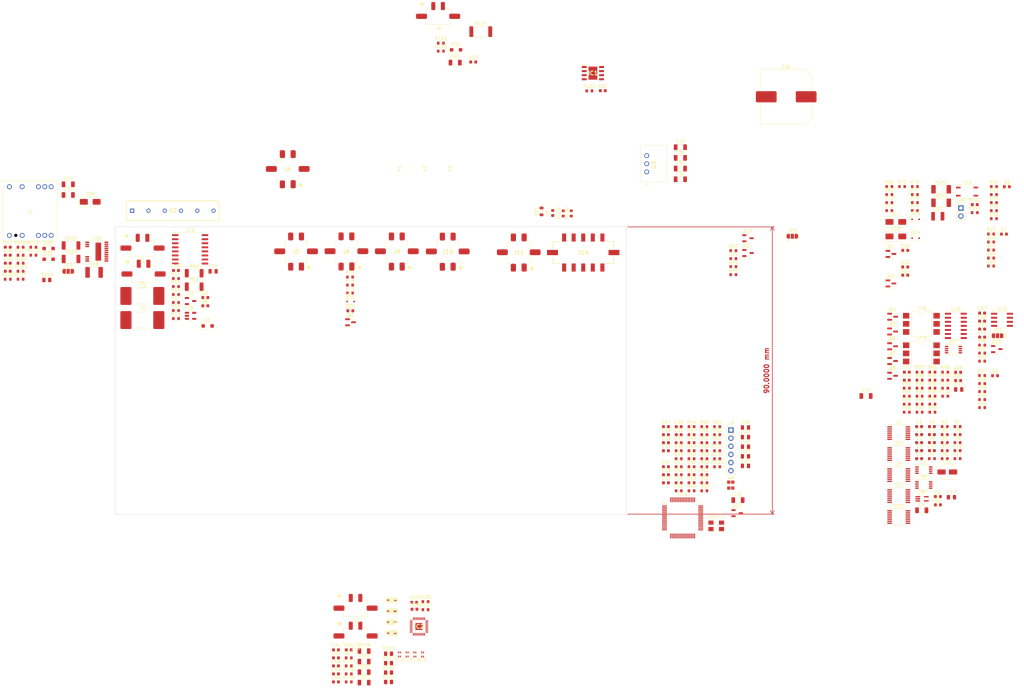
<source format=kicad_pcb>
(kicad_pcb
	(version 20240108)
	(generator "pcbnew")
	(generator_version "8.0")
	(general
		(thickness 1.6)
		(legacy_teardrops no)
	)
	(paper "A4")
	(layers
		(0 "F.Cu" signal)
		(1 "In1.Cu" signal)
		(2 "In2.Cu" signal)
		(31 "B.Cu" signal)
		(32 "B.Adhes" user "B.Adhesive")
		(33 "F.Adhes" user "F.Adhesive")
		(34 "B.Paste" user)
		(35 "F.Paste" user)
		(36 "B.SilkS" user "B.Silkscreen")
		(37 "F.SilkS" user "F.Silkscreen")
		(38 "B.Mask" user)
		(39 "F.Mask" user)
		(40 "Dwgs.User" user "User.Drawings")
		(41 "Cmts.User" user "User.Comments")
		(42 "Eco1.User" user "User.Eco1")
		(43 "Eco2.User" user "User.Eco2")
		(44 "Edge.Cuts" user)
		(45 "Margin" user)
		(46 "B.CrtYd" user "B.Courtyard")
		(47 "F.CrtYd" user "F.Courtyard")
		(48 "B.Fab" user)
		(49 "F.Fab" user)
		(50 "User.1" user)
		(51 "User.2" user)
		(52 "User.3" user)
		(53 "User.4" user)
		(54 "User.5" user)
		(55 "User.6" user)
		(56 "User.7" user)
		(57 "User.8" user)
		(58 "User.9" user)
	)
	(setup
		(stackup
			(layer "F.SilkS"
				(type "Top Silk Screen")
			)
			(layer "F.Paste"
				(type "Top Solder Paste")
			)
			(layer "F.Mask"
				(type "Top Solder Mask")
				(thickness 0.01)
			)
			(layer "F.Cu"
				(type "copper")
				(thickness 0.035)
			)
			(layer "dielectric 1"
				(type "prepreg")
				(thickness 0.1)
				(material "FR4")
				(epsilon_r 4.5)
				(loss_tangent 0.02)
			)
			(layer "In1.Cu"
				(type "copper")
				(thickness 0.035)
			)
			(layer "dielectric 2"
				(type "core")
				(thickness 1.24)
				(material "FR4")
				(epsilon_r 4.5)
				(loss_tangent 0.02)
			)
			(layer "In2.Cu"
				(type "copper")
				(thickness 0.035)
			)
			(layer "dielectric 3"
				(type "prepreg")
				(thickness 0.1)
				(material "FR4")
				(epsilon_r 4.5)
				(loss_tangent 0.02)
			)
			(layer "B.Cu"
				(type "copper")
				(thickness 0.035)
			)
			(layer "B.Mask"
				(type "Bottom Solder Mask")
				(thickness 0.01)
			)
			(layer "B.Paste"
				(type "Bottom Solder Paste")
			)
			(layer "B.SilkS"
				(type "Bottom Silk Screen")
			)
			(copper_finish "None")
			(dielectric_constraints no)
		)
		(pad_to_mask_clearance 0)
		(allow_soldermask_bridges_in_footprints no)
		(pcbplotparams
			(layerselection 0x00010fc_ffffffff)
			(plot_on_all_layers_selection 0x0000000_00000000)
			(disableapertmacros no)
			(usegerberextensions no)
			(usegerberattributes yes)
			(usegerberadvancedattributes yes)
			(creategerberjobfile yes)
			(dashed_line_dash_ratio 12.000000)
			(dashed_line_gap_ratio 3.000000)
			(svgprecision 4)
			(plotframeref no)
			(viasonmask no)
			(mode 1)
			(useauxorigin no)
			(hpglpennumber 1)
			(hpglpenspeed 20)
			(hpglpendiameter 15.000000)
			(pdf_front_fp_property_popups yes)
			(pdf_back_fp_property_popups yes)
			(dxfpolygonmode yes)
			(dxfimperialunits yes)
			(dxfusepcbnewfont yes)
			(psnegative no)
			(psa4output no)
			(plotreference yes)
			(plotvalue yes)
			(plotfptext yes)
			(plotinvisibletext no)
			(sketchpadsonfab no)
			(subtractmaskfromsilk no)
			(outputformat 1)
			(mirror no)
			(drillshape 1)
			(scaleselection 1)
			(outputdirectory "")
		)
	)
	(net 0 "")
	(net 1 "GND")
	(net 2 "+3V3")
	(net 3 "Net-(U8-~{PRE})")
	(net 4 "Net-(U8-~{CLR})")
	(net 5 "/TSAL/HV_Active_Detection/3V3_HV")
	(net 6 "HV-_Vehicle_Side")
	(net 7 "Net-(C17-Pad2)")
	(net 8 "/MCU/RCC_OSC_OUT")
	(net 9 "/MCU/NRST")
	(net 10 "Net-(C26-Pad2)")
	(net 11 "Net-(C28-Pad2)")
	(net 12 "Net-(J10-Pin_4)")
	(net 13 "Net-(U3-VI)")
	(net 14 "/CAN_Transceiver/CarCAN_HIGH")
	(net 15 "/CAN_Transceiver/V_{ref}")
	(net 16 "Net-(Q8-G)")
	(net 17 "Net-(JP2-B)")
	(net 18 "Net-(U20-INTVcc)")
	(net 19 "HV+_Vehicle_Side_Fused")
	(net 20 "Net-(C47-Pad1)")
	(net 21 "/HV_Indicator/ENABLE")
	(net 22 "Net-(C49-Pad1)")
	(net 23 "Net-(U20-DCM)")
	(net 24 "Net-(U20-SOURCE)")
	(net 25 "Net-(D32-K)")
	(net 26 "Net-(D31-K)")
	(net 27 "Net-(D1-A)")
	(net 28 "Net-(D2-A)")
	(net 29 "/TSAL/HV_Active_Detection/HV_1")
	(net 30 "Net-(D4-K)")
	(net 31 "Net-(D5-A)")
	(net 32 "Net-(D6-A)")
	(net 33 "/MCU/Precharge_Closed")
	(net 34 "Net-(D7-A)")
	(net 35 "Net-(D8-A)")
	(net 36 "/MCU/AIR+_Closed")
	(net 37 "Net-(D9-A)")
	(net 38 "/MCU/AIR-_Closed")
	(net 39 "Net-(D12-K)")
	(net 40 "Net-(D16-A)")
	(net 41 "/Relay_Driver/Relay_2")
	(net 42 "/Relay_Driver/Relay_1")
	(net 43 "/Relay_0")
	(net 44 "/Relay_Driver/Relay_10")
	(net 45 "/Relay_Driver/Relay_3")
	(net 46 "Net-(D20-A)")
	(net 47 "Net-(D22-A)")
	(net 48 "Net-(D23-A)")
	(net 49 "/Relay_Driver/Relay_4")
	(net 50 "Net-(D26-A)")
	(net 51 "Net-(D27-A)")
	(net 52 "Net-(D28-K)")
	(net 53 "Net-(D28-A)")
	(net 54 "Net-(D29-A1)")
	(net 55 "Net-(D30-A)")
	(net 56 "Net-(D31-A)")
	(net 57 "Net-(D32-A)")
	(net 58 "/CAN_Transceiver/CarCAN_LOW")
	(net 59 "/IO/IMD_M")
	(net 60 "+24V")
	(net 61 "Net-(J14-Pin_2)")
	(net 62 "unconnected-(IC1-IS-Pad4)")
	(net 63 "Net-(IC1-DEN)")
	(net 64 "unconnected-(IC1-NC-Pad5)")
	(net 65 "/IO/IMD_Power")
	(net 66 "Net-(U12-PC0)")
	(net 67 "Net-(U12-PB15)")
	(net 68 "/IO/TSAL_GREEN")
	(net 69 "/MCU/~{AMS_ERROR_LED}")
	(net 70 "/MCU/~{IMD_ERROR_LED}")
	(net 71 "Net-(J14-Pin_3)")
	(net 72 "Net-(J14-Pin_5)")
	(net 73 "/MCU/Trace_SWO")
	(net 74 "/MCU/SWDIO_1")
	(net 75 "/MCU/SWCLK_1")
	(net 76 "Net-(JP1-C)")
	(net 77 "Net-(JP2-C)")
	(net 78 "Net-(JP3-C)")
	(net 79 "Net-(Q1-G)")
	(net 80 "Net-(Q2-G)")
	(net 81 "Net-(Q3-G)")
	(net 82 "/SDC_Latching/~{AMS_Error}")
	(net 83 "Net-(Q4-D)")
	(net 84 "/SDC_Latching/~{IMD_Error}")
	(net 85 "Net-(Q5-D)")
	(net 86 "Net-(Q6-G)")
	(net 87 "Net-(Q6-D)")
	(net 88 "Net-(Q7-D)")
	(net 89 "Net-(Q7-G)")
	(net 90 "Net-(Q8-D)")
	(net 91 "Net-(Q8-S)")
	(net 92 "/TSAL/Comp_Ref_Low")
	(net 93 "/TSAL/Comp_Ref_Closed")
	(net 94 "/TSAL/Relay_State_Detection/~{Short}")
	(net 95 "/TSAL/~{TS_Error}")
	(net 96 "Net-(U8-C)")
	(net 97 "/MCU/TS_Error")
	(net 98 "Net-(R12-Pad2)")
	(net 99 "Net-(U9--)")
	(net 100 "Net-(R17-Pad2)")
	(net 101 "Net-(U10-IND)")
	(net 102 "/Relay_Driver/aux_out0")
	(net 103 "/Relay_Driver/aux_in0")
	(net 104 "/Relay_Driver/aux_out1")
	(net 105 "/Relay_Driver/aux_in1")
	(net 106 "/Relay_Driver/aux_out2")
	(net 107 "/Relay_Driver/aux_in2")
	(net 108 "/MCU/AMS_ERROR_1")
	(net 109 "Net-(U12-PC9)")
	(net 110 "Net-(U12-BOOT0)")
	(net 111 "/MCU/Status_LED_R")
	(net 112 "/IO/TEMP_TSDCDC")
	(net 113 "/MCU/Status_LED_G")
	(net 114 "Net-(U12-PC2)")
	(net 115 "/MCU/Status_LED_B")
	(net 116 "Net-(U12-PA3)")
	(net 117 "Net-(U12-PA7)")
	(net 118 "Net-(U12-PB0)")
	(net 119 "Net-(U12-PA2)")
	(net 120 "Net-(U12-PA6)")
	(net 121 "Net-(U12-PA14)")
	(net 122 "Net-(U12-PA1)")
	(net 123 "/MCU/HV_Active")
	(net 124 "Net-(U12-PA13)")
	(net 125 "Net-(U12-PA0)")
	(net 126 "HV+_VEH")
	(net 127 "/MCU/AIR+_Control")
	(net 128 "/MCU/AIR-_Control")
	(net 129 "/MCU/Precharge_Control")
	(net 130 "Net-(U15-Rs)")
	(net 131 "Net-(U16A-C)")
	(net 132 "Net-(U16B-C)")
	(net 133 "Net-(U16A-Q)")
	(net 134 "Net-(U16B-Q)")
	(net 135 "Net-(U16A-~{Q})")
	(net 136 "Net-(U16B-~{Q})")
	(net 137 "Net-(R95-Pad2)")
	(net 138 "Net-(R96-Pad2)")
	(net 139 "/TSAL/HV_Active_Detection/HV_0")
	(net 140 "/SDC_Latching/Reset_Signal")
	(net 141 "Net-(R103-Pad2)")
	(net 142 "Net-(U20-Vc)")
	(net 143 "Net-(U20-IREG{slash}SS)")
	(net 144 "Net-(U20-TC)")
	(net 145 "Net-(U20-FB)")
	(net 146 "Net-(J8-Pin_2)")
	(net 147 "/TSAL/Mismatch_Relay_2")
	(net 148 "/TSAL/Mismatch_Relay_1")
	(net 149 "Net-(U1-Pad11)")
	(net 150 "/TSAL/AIRs_Closed")
	(net 151 "/TSAL/Mismatch_Relay_3")
	(net 152 "/TSAL/HV_Inactive")
	(net 153 "/TSAL/TS_OK")
	(net 154 "Net-(U2-Pad1)")
	(net 155 "/TSAL/Relay_Mismatch")
	(net 156 "unconnected-(U5-Pad14)")
	(net 157 "unconnected-(U5-Pad13)")
	(net 158 "/TSAL/HV_Mismatch")
	(net 159 "unconnected-(U10-OUTA-Pad14)")
	(net 160 "unconnected-(U10-INB-Pad4)")
	(net 161 "unconnected-(U10-INC-Pad12)")
	(net 162 "unconnected-(U10-INA-Pad3)")
	(net 163 "unconnected-(U10-OUTB-Pad13)")
	(net 164 "unconnected-(U10-OUTC-Pad5)")
	(net 165 "unconnected-(U10-NC-Pad7)")
	(net 166 "unconnected-(U12-PD2-Pad54)")
	(net 167 "unconnected-(U12-PC10-Pad51)")
	(net 168 "unconnected-(U12-PC12-Pad53)")
	(net 169 "/TSAL/HV_Active_Detection/-HV_1")
	(net 170 "Net-(FL1-Pad4)")
	(net 171 "Net-(FL1-Pad3)")
	(net 172 "/IO/LV_Cmeasure")
	(net 173 "unconnected-(U12-PC14-Pad3)")
	(net 174 "Net-(FL1-Pad2)")
	(net 175 "unconnected-(U12-PC11-Pad52)")
	(net 176 "Net-(FL1-Pad1)")
	(net 177 "Net-(FL2-Pad4)")
	(net 178 "Net-(FL2-Pad2)")
	(net 179 "unconnected-(U12-PC13-Pad2)")
	(net 180 "unconnected-(U12-PC15-Pad4)")
	(net 181 "Net-(FL2-Pad3)")
	(net 182 "/IO/IMD_VCC")
	(net 183 "/SDC_Latching/IMD_Latch_Reset")
	(net 184 "/SDC_Latching/AMS_Latch_Reset")
	(net 185 "/SDC_Latching/SDC_1")
	(net 186 "unconnected-(U18-Pad3)")
	(net 187 "Net-(U18-Pad5)")
	(net 188 "/IO/SDC_OUT")
	(net 189 "unconnected-(U19-Pad3)")
	(net 190 "/TSAL/Relay_Connection_Error")
	(net 191 "/IO/Reset_Button_Out")
	(net 192 "/CAN_Transceiver/CarCAN_RX")
	(net 193 "Net-(FL2-Pad1)")
	(net 194 "Net-(J12-Pin_1)")
	(net 195 "/CAN_Transceiver/CarCAN_TX")
	(net 196 "Net-(J12-Pin_2)")
	(net 197 "Net-(J13-Pin_1)")
	(net 198 "Net-(J13-Pin_2)")
	(net 199 "/MCU/WAKE2")
	(net 200 "/MCU/MSTR1")
	(net 201 "/MCU/SPI1_MISO")
	(net 202 "/MCU/SPI1_SCK")
	(net 203 "/MCU/WAKE1")
	(net 204 "/MCU/INTR1")
	(net 205 "/MCU/IMB")
	(net 206 "Net-(IC2-XCVRMD2)")
	(net 207 "Net-(IC2-XCVRMD)")
	(net 208 "/MCU/SPI2_SCK")
	(net 209 "/MCU/SPI1_NSS")
	(net 210 "/MCU/IPB")
	(net 211 "/MCU/MSTR2")
	(net 212 "/MCU/IPA")
	(net 213 "/MCU/INTR2")
	(net 214 "/MCU/SPI2_MISO")
	(net 215 "/MCU/SPI1_MOSI")
	(net 216 "/MCU/SPI2_NSS")
	(net 217 "/MCU/SPI2_MOSI")
	(net 218 "/MCU/IMA")
	(net 219 "Net-(J9-Pin_4)")
	(net 220 "Net-(J9-Pin_3)")
	(net 221 "/MCU/RCC_OSC_IN")
	(net 222 "Net-(U12-PC3)")
	(net 223 "Net-(U12-PA5)")
	(net 224 "Net-(U12-PC4)")
	(net 225 "Net-(U12-PB4)")
	(net 226 "Net-(U12-PC5)")
	(net 227 "Net-(U12-PA4)")
	(net 228 "Net-(U12-PB12)")
	(net 229 "Net-(U12-PB14)")
	(net 230 "Net-(U12-PA12)")
	(net 231 "Net-(U12-PB5)")
	(net 232 "Net-(C58-Pad1)")
	(net 233 "Net-(C61-Pad1)")
	(net 234 "Net-(D15-A2)")
	(net 235 "Net-(D34-A2)")
	(net 236 "unconnected-(U20-N.C.-Pad19)")
	(net 237 "Net-(U12-PA15)")
	(net 238 "Net-(D36-K)")
	(net 239 "Net-(D33-A2)")
	(net 240 "Net-(D35-A2)")
	(net 241 "/MCU/SDC_Closed")
	(net 242 "Net-(K2-Pad2)")
	(net 243 "Net-(R141-Pad2)")
	(net 244 "Net-(K2-Pad7)")
	(net 245 "Net-(Q10-D)")
	(net 246 "/Relay_Driver/PTC_Precharge/HV+_Akku")
	(footprint "FaSTTUBe_connectors:Micro_Mate-N-Lok_2x2p_vertical" (layer "F.Cu") (at 109.0825 52.265))
	(footprint "Resistor_SMD:R_0603_1608Metric" (layer "F.Cu") (at 300.52 112.15))
	(footprint "Resistor_SMD:R_0603_1608Metric" (layer "F.Cu") (at 300.52 114.66))
	(footprint "Package_SO:SOIC-14_3.9x8.7mm_P1.27mm" (layer "F.Cu") (at 300 75.575))
	(footprint "Capacitor_SMD:C_0805_2012Metric" (layer "F.Cu") (at 300.89 95.5))
	(footprint "MountingHole:MountingHole_3.2mm_M3" (layer "F.Cu") (at 145.8 26.4 90))
	(footprint "Resistor_SMD:R_0603_1608Metric" (layer "F.Cu") (at 311.93 31.94))
	(footprint "Capacitor_SMD:C_0603_1608Metric" (layer "F.Cu") (at 288.49 109.64))
	(footprint "Diode_SMD:D_SOD-123F" (layer "F.Cu") (at 15.775 54.69))
	(footprint "Resistor_SMD:R_0603_1608Metric" (layer "F.Cu") (at 217.19 124.73))
	(footprint "Resistor_SMD:R_0603_1608Metric" (layer "F.Cu") (at 213.18 119.71))
	(footprint "Resistor_SMD:R_0603_1608Metric" (layer "F.Cu") (at 138.6625 -10.49))
	(footprint "Diode_SMD:D_SOD-123F" (layer "F.Cu") (at 143.4375 -10.9))
	(footprint "Resistor_SMD:R_0603_1608Metric" (layer "F.Cu") (at 213.18 124.73))
	(footprint "FaSTTUBe_connectors:Micro_Mate-N-Lok_2x5p_vertical" (layer "F.Cu") (at 183.265 52.6))
	(footprint "Package_SO:TSSOP-14_4.4x5mm_P0.65mm" (layer "F.Cu") (at 282.11 128.9))
	(footprint "Resistor_SMD:R_0603_1608Metric" (layer "F.Cu") (at 213.18 112.18))
	(footprint "Resistor_SMD:R_0603_1608Metric" (layer "F.Cu") (at 292.65 92.58))
	(footprint "Capacitor_SMD:C_0603_1608Metric" (layer "F.Cu") (at 213.18 109.67))
	(footprint "Resistor_SMD:R_0603_1608Metric" (layer "F.Cu") (at 221.2 124.73))
	(footprint "Resistor_SMD:R_0603_1608Metric" (layer "F.Cu") (at 11 53.43))
	(footprint "Resistor_SMD:R_2010_5025Metric_Pad1.40x2.65mm_HandSolder" (layer "F.Cu") (at 295.39 37))
	(footprint "Resistor_SMD:R_0603_1608Metric" (layer "F.Cu") (at 284.63 100.11))
	(footprint "Diode_SMD:D_SOD-323F" (layer "F.Cu") (at 287.395 42.2))
	(footprint "Capacitor_SMD:C_0805_2012Metric" (layer "F.Cu") (at 67.31 58.48))
	(footprint "Resistor_SMD:R_0603_1608Metric" (layer "F.Cu") (at 109.8 179.58))
	(footprint "Capacitor_SMD:C_1206_3216Metric" (layer "F.Cu") (at 213.69 22.94))
	(footprint "Resistor_SMD:R_0603_1608Metric" (layer "F.Cu") (at 279.14 34.45))
	(footprint "Resistor_SMD:R_0603_1608Metric" (layer "F.Cu") (at 311.93 39.47))
	(footprint "Package_TO_SOT_SMD:SOT-23" (layer "F.Cu") (at 280.18 81.965))
	(footprint "Capacitor_SMD:C_0603_1608Metric" (layer "F.Cu") (at 105.79 184.6))
	(footprint "Resistor_SMD:R_0603_1608Metric" (layer "F.Cu") (at 311.02 54.32))
	(footprint "Diode_SMD:D_SOD-123F" (layer "F.Cu") (at 15.775 51.34))
	(footprint "Resistor_SMD:R_0603_1608Metric" (layer "F.Cu") (at 279.14 31.94))
	(footprint "Resistor_SMD:R_0603_1608Metric" (layer "F.Cu") (at 221.2 119.71))
	(footprint "Resistor_SMD:R_0603_1608Metric" (layer "F.Cu") (at 296.51 107.13))
	(footprint "Resistor_SMD:R_0603_1608Metric" (layer "F.Cu") (at 110.2 62.8))
	(footprint "Resistor_SMD:R_0603_1608Metric" (layer "F.Cu") (at 296.66 97.6))
	(footprint "Package_SO:SOP-4_3.8x4.1mm_P2.54mm"
		(layer "F.Cu")
		(uuid "208a732e-f879-425f-88de-b4ba89e
... [1273719 chars truncated]
</source>
